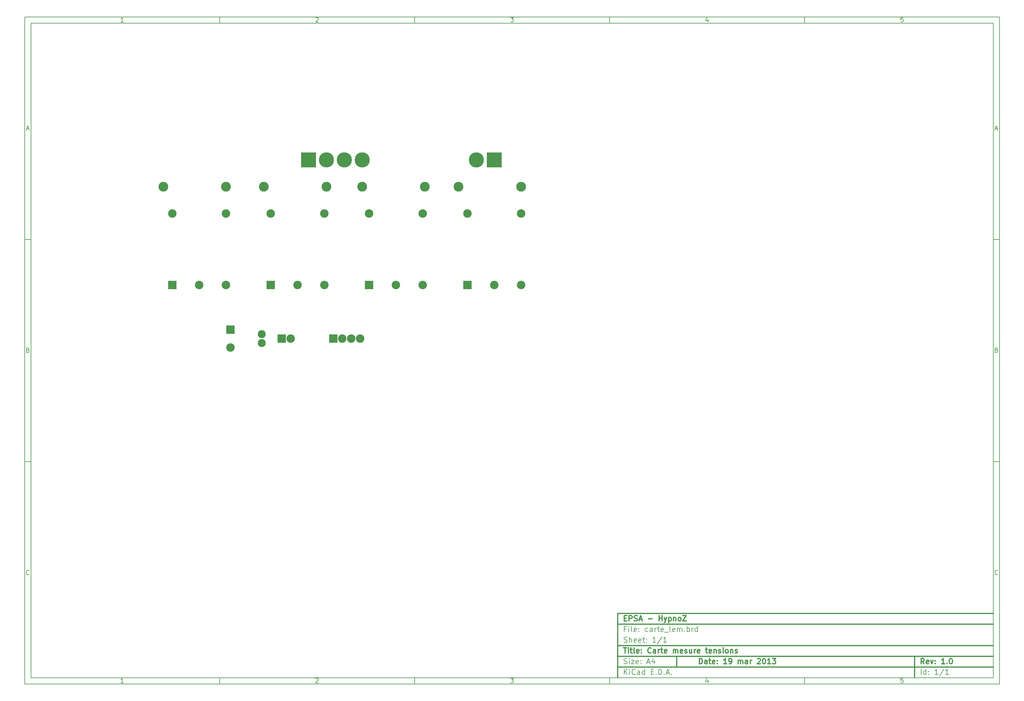
<source format=gts>
G04 (created by PCBNEW-RS274X (2012-01-19 BZR 3256)-stable) date 19/03/2013 14:42:43*
G01*
G70*
G90*
%MOIN*%
G04 Gerber Fmt 3.4, Leading zero omitted, Abs format*
%FSLAX34Y34*%
G04 APERTURE LIST*
%ADD10C,0.006000*%
%ADD11C,0.012000*%
%ADD12R,0.095000X0.095000*%
%ADD13C,0.095000*%
%ADD14C,0.090000*%
%ADD15R,0.170000X0.170000*%
%ADD16C,0.170000*%
%ADD17C,0.110000*%
G04 APERTURE END LIST*
G54D10*
X04000Y-04000D02*
X113000Y-04000D01*
X113000Y-78670D01*
X04000Y-78670D01*
X04000Y-04000D01*
X04700Y-04700D02*
X112300Y-04700D01*
X112300Y-77970D01*
X04700Y-77970D01*
X04700Y-04700D01*
X25800Y-04000D02*
X25800Y-04700D01*
X15043Y-04552D02*
X14757Y-04552D01*
X14900Y-04552D02*
X14900Y-04052D01*
X14852Y-04124D01*
X14805Y-04171D01*
X14757Y-04195D01*
X25800Y-78670D02*
X25800Y-77970D01*
X15043Y-78522D02*
X14757Y-78522D01*
X14900Y-78522D02*
X14900Y-78022D01*
X14852Y-78094D01*
X14805Y-78141D01*
X14757Y-78165D01*
X47600Y-04000D02*
X47600Y-04700D01*
X36557Y-04100D02*
X36581Y-04076D01*
X36629Y-04052D01*
X36748Y-04052D01*
X36795Y-04076D01*
X36819Y-04100D01*
X36843Y-04148D01*
X36843Y-04195D01*
X36819Y-04267D01*
X36533Y-04552D01*
X36843Y-04552D01*
X47600Y-78670D02*
X47600Y-77970D01*
X36557Y-78070D02*
X36581Y-78046D01*
X36629Y-78022D01*
X36748Y-78022D01*
X36795Y-78046D01*
X36819Y-78070D01*
X36843Y-78118D01*
X36843Y-78165D01*
X36819Y-78237D01*
X36533Y-78522D01*
X36843Y-78522D01*
X69400Y-04000D02*
X69400Y-04700D01*
X58333Y-04052D02*
X58643Y-04052D01*
X58476Y-04243D01*
X58548Y-04243D01*
X58595Y-04267D01*
X58619Y-04290D01*
X58643Y-04338D01*
X58643Y-04457D01*
X58619Y-04505D01*
X58595Y-04529D01*
X58548Y-04552D01*
X58405Y-04552D01*
X58357Y-04529D01*
X58333Y-04505D01*
X69400Y-78670D02*
X69400Y-77970D01*
X58333Y-78022D02*
X58643Y-78022D01*
X58476Y-78213D01*
X58548Y-78213D01*
X58595Y-78237D01*
X58619Y-78260D01*
X58643Y-78308D01*
X58643Y-78427D01*
X58619Y-78475D01*
X58595Y-78499D01*
X58548Y-78522D01*
X58405Y-78522D01*
X58357Y-78499D01*
X58333Y-78475D01*
X91200Y-04000D02*
X91200Y-04700D01*
X80395Y-04219D02*
X80395Y-04552D01*
X80276Y-04029D02*
X80157Y-04386D01*
X80467Y-04386D01*
X91200Y-78670D02*
X91200Y-77970D01*
X80395Y-78189D02*
X80395Y-78522D01*
X80276Y-77999D02*
X80157Y-78356D01*
X80467Y-78356D01*
X102219Y-04052D02*
X101981Y-04052D01*
X101957Y-04290D01*
X101981Y-04267D01*
X102029Y-04243D01*
X102148Y-04243D01*
X102195Y-04267D01*
X102219Y-04290D01*
X102243Y-04338D01*
X102243Y-04457D01*
X102219Y-04505D01*
X102195Y-04529D01*
X102148Y-04552D01*
X102029Y-04552D01*
X101981Y-04529D01*
X101957Y-04505D01*
X102219Y-78022D02*
X101981Y-78022D01*
X101957Y-78260D01*
X101981Y-78237D01*
X102029Y-78213D01*
X102148Y-78213D01*
X102195Y-78237D01*
X102219Y-78260D01*
X102243Y-78308D01*
X102243Y-78427D01*
X102219Y-78475D01*
X102195Y-78499D01*
X102148Y-78522D01*
X102029Y-78522D01*
X101981Y-78499D01*
X101957Y-78475D01*
X04000Y-28890D02*
X04700Y-28890D01*
X04231Y-16510D02*
X04469Y-16510D01*
X04184Y-16652D02*
X04350Y-16152D01*
X04517Y-16652D01*
X113000Y-28890D02*
X112300Y-28890D01*
X112531Y-16510D02*
X112769Y-16510D01*
X112484Y-16652D02*
X112650Y-16152D01*
X112817Y-16652D01*
X04000Y-53780D02*
X04700Y-53780D01*
X04386Y-41280D02*
X04457Y-41304D01*
X04481Y-41328D01*
X04505Y-41376D01*
X04505Y-41447D01*
X04481Y-41495D01*
X04457Y-41519D01*
X04410Y-41542D01*
X04219Y-41542D01*
X04219Y-41042D01*
X04386Y-41042D01*
X04433Y-41066D01*
X04457Y-41090D01*
X04481Y-41138D01*
X04481Y-41185D01*
X04457Y-41233D01*
X04433Y-41257D01*
X04386Y-41280D01*
X04219Y-41280D01*
X113000Y-53780D02*
X112300Y-53780D01*
X112686Y-41280D02*
X112757Y-41304D01*
X112781Y-41328D01*
X112805Y-41376D01*
X112805Y-41447D01*
X112781Y-41495D01*
X112757Y-41519D01*
X112710Y-41542D01*
X112519Y-41542D01*
X112519Y-41042D01*
X112686Y-41042D01*
X112733Y-41066D01*
X112757Y-41090D01*
X112781Y-41138D01*
X112781Y-41185D01*
X112757Y-41233D01*
X112733Y-41257D01*
X112686Y-41280D01*
X112519Y-41280D01*
X04505Y-66385D02*
X04481Y-66409D01*
X04410Y-66432D01*
X04362Y-66432D01*
X04290Y-66409D01*
X04243Y-66361D01*
X04219Y-66313D01*
X04195Y-66218D01*
X04195Y-66147D01*
X04219Y-66051D01*
X04243Y-66004D01*
X04290Y-65956D01*
X04362Y-65932D01*
X04410Y-65932D01*
X04481Y-65956D01*
X04505Y-65980D01*
X112805Y-66385D02*
X112781Y-66409D01*
X112710Y-66432D01*
X112662Y-66432D01*
X112590Y-66409D01*
X112543Y-66361D01*
X112519Y-66313D01*
X112495Y-66218D01*
X112495Y-66147D01*
X112519Y-66051D01*
X112543Y-66004D01*
X112590Y-65956D01*
X112662Y-65932D01*
X112710Y-65932D01*
X112781Y-65956D01*
X112805Y-65980D01*
G54D11*
X79443Y-76413D02*
X79443Y-75813D01*
X79586Y-75813D01*
X79671Y-75841D01*
X79729Y-75899D01*
X79757Y-75956D01*
X79786Y-76070D01*
X79786Y-76156D01*
X79757Y-76270D01*
X79729Y-76327D01*
X79671Y-76384D01*
X79586Y-76413D01*
X79443Y-76413D01*
X80300Y-76413D02*
X80300Y-76099D01*
X80271Y-76041D01*
X80214Y-76013D01*
X80100Y-76013D01*
X80043Y-76041D01*
X80300Y-76384D02*
X80243Y-76413D01*
X80100Y-76413D01*
X80043Y-76384D01*
X80014Y-76327D01*
X80014Y-76270D01*
X80043Y-76213D01*
X80100Y-76184D01*
X80243Y-76184D01*
X80300Y-76156D01*
X80500Y-76013D02*
X80729Y-76013D01*
X80586Y-75813D02*
X80586Y-76327D01*
X80614Y-76384D01*
X80672Y-76413D01*
X80729Y-76413D01*
X81157Y-76384D02*
X81100Y-76413D01*
X80986Y-76413D01*
X80929Y-76384D01*
X80900Y-76327D01*
X80900Y-76099D01*
X80929Y-76041D01*
X80986Y-76013D01*
X81100Y-76013D01*
X81157Y-76041D01*
X81186Y-76099D01*
X81186Y-76156D01*
X80900Y-76213D01*
X81443Y-76356D02*
X81471Y-76384D01*
X81443Y-76413D01*
X81414Y-76384D01*
X81443Y-76356D01*
X81443Y-76413D01*
X81443Y-76041D02*
X81471Y-76070D01*
X81443Y-76099D01*
X81414Y-76070D01*
X81443Y-76041D01*
X81443Y-76099D01*
X82500Y-76413D02*
X82157Y-76413D01*
X82329Y-76413D02*
X82329Y-75813D01*
X82272Y-75899D01*
X82214Y-75956D01*
X82157Y-75984D01*
X82785Y-76413D02*
X82900Y-76413D01*
X82957Y-76384D01*
X82985Y-76356D01*
X83043Y-76270D01*
X83071Y-76156D01*
X83071Y-75927D01*
X83043Y-75870D01*
X83014Y-75841D01*
X82957Y-75813D01*
X82843Y-75813D01*
X82785Y-75841D01*
X82757Y-75870D01*
X82728Y-75927D01*
X82728Y-76070D01*
X82757Y-76127D01*
X82785Y-76156D01*
X82843Y-76184D01*
X82957Y-76184D01*
X83014Y-76156D01*
X83043Y-76127D01*
X83071Y-76070D01*
X83785Y-76413D02*
X83785Y-76013D01*
X83785Y-76070D02*
X83813Y-76041D01*
X83871Y-76013D01*
X83956Y-76013D01*
X84013Y-76041D01*
X84042Y-76099D01*
X84042Y-76413D01*
X84042Y-76099D02*
X84071Y-76041D01*
X84128Y-76013D01*
X84213Y-76013D01*
X84271Y-76041D01*
X84299Y-76099D01*
X84299Y-76413D01*
X84842Y-76413D02*
X84842Y-76099D01*
X84813Y-76041D01*
X84756Y-76013D01*
X84642Y-76013D01*
X84585Y-76041D01*
X84842Y-76384D02*
X84785Y-76413D01*
X84642Y-76413D01*
X84585Y-76384D01*
X84556Y-76327D01*
X84556Y-76270D01*
X84585Y-76213D01*
X84642Y-76184D01*
X84785Y-76184D01*
X84842Y-76156D01*
X85128Y-76413D02*
X85128Y-76013D01*
X85128Y-76127D02*
X85156Y-76070D01*
X85185Y-76041D01*
X85242Y-76013D01*
X85299Y-76013D01*
X85927Y-75870D02*
X85956Y-75841D01*
X86013Y-75813D01*
X86156Y-75813D01*
X86213Y-75841D01*
X86242Y-75870D01*
X86270Y-75927D01*
X86270Y-75984D01*
X86242Y-76070D01*
X85899Y-76413D01*
X86270Y-76413D01*
X86641Y-75813D02*
X86698Y-75813D01*
X86755Y-75841D01*
X86784Y-75870D01*
X86813Y-75927D01*
X86841Y-76041D01*
X86841Y-76184D01*
X86813Y-76299D01*
X86784Y-76356D01*
X86755Y-76384D01*
X86698Y-76413D01*
X86641Y-76413D01*
X86584Y-76384D01*
X86555Y-76356D01*
X86527Y-76299D01*
X86498Y-76184D01*
X86498Y-76041D01*
X86527Y-75927D01*
X86555Y-75870D01*
X86584Y-75841D01*
X86641Y-75813D01*
X87412Y-76413D02*
X87069Y-76413D01*
X87241Y-76413D02*
X87241Y-75813D01*
X87184Y-75899D01*
X87126Y-75956D01*
X87069Y-75984D01*
X87612Y-75813D02*
X87983Y-75813D01*
X87783Y-76041D01*
X87869Y-76041D01*
X87926Y-76070D01*
X87955Y-76099D01*
X87983Y-76156D01*
X87983Y-76299D01*
X87955Y-76356D01*
X87926Y-76384D01*
X87869Y-76413D01*
X87697Y-76413D01*
X87640Y-76384D01*
X87612Y-76356D01*
G54D10*
X71043Y-77613D02*
X71043Y-77013D01*
X71386Y-77613D02*
X71129Y-77270D01*
X71386Y-77013D02*
X71043Y-77356D01*
X71643Y-77613D02*
X71643Y-77213D01*
X71643Y-77013D02*
X71614Y-77041D01*
X71643Y-77070D01*
X71671Y-77041D01*
X71643Y-77013D01*
X71643Y-77070D01*
X72272Y-77556D02*
X72243Y-77584D01*
X72157Y-77613D01*
X72100Y-77613D01*
X72015Y-77584D01*
X71957Y-77527D01*
X71929Y-77470D01*
X71900Y-77356D01*
X71900Y-77270D01*
X71929Y-77156D01*
X71957Y-77099D01*
X72015Y-77041D01*
X72100Y-77013D01*
X72157Y-77013D01*
X72243Y-77041D01*
X72272Y-77070D01*
X72786Y-77613D02*
X72786Y-77299D01*
X72757Y-77241D01*
X72700Y-77213D01*
X72586Y-77213D01*
X72529Y-77241D01*
X72786Y-77584D02*
X72729Y-77613D01*
X72586Y-77613D01*
X72529Y-77584D01*
X72500Y-77527D01*
X72500Y-77470D01*
X72529Y-77413D01*
X72586Y-77384D01*
X72729Y-77384D01*
X72786Y-77356D01*
X73329Y-77613D02*
X73329Y-77013D01*
X73329Y-77584D02*
X73272Y-77613D01*
X73158Y-77613D01*
X73100Y-77584D01*
X73072Y-77556D01*
X73043Y-77499D01*
X73043Y-77327D01*
X73072Y-77270D01*
X73100Y-77241D01*
X73158Y-77213D01*
X73272Y-77213D01*
X73329Y-77241D01*
X74072Y-77299D02*
X74272Y-77299D01*
X74358Y-77613D02*
X74072Y-77613D01*
X74072Y-77013D01*
X74358Y-77013D01*
X74615Y-77556D02*
X74643Y-77584D01*
X74615Y-77613D01*
X74586Y-77584D01*
X74615Y-77556D01*
X74615Y-77613D01*
X74901Y-77613D02*
X74901Y-77013D01*
X75044Y-77013D01*
X75129Y-77041D01*
X75187Y-77099D01*
X75215Y-77156D01*
X75244Y-77270D01*
X75244Y-77356D01*
X75215Y-77470D01*
X75187Y-77527D01*
X75129Y-77584D01*
X75044Y-77613D01*
X74901Y-77613D01*
X75501Y-77556D02*
X75529Y-77584D01*
X75501Y-77613D01*
X75472Y-77584D01*
X75501Y-77556D01*
X75501Y-77613D01*
X75758Y-77441D02*
X76044Y-77441D01*
X75701Y-77613D02*
X75901Y-77013D01*
X76101Y-77613D01*
X76301Y-77556D02*
X76329Y-77584D01*
X76301Y-77613D01*
X76272Y-77584D01*
X76301Y-77556D01*
X76301Y-77613D01*
G54D11*
X104586Y-76413D02*
X104386Y-76127D01*
X104243Y-76413D02*
X104243Y-75813D01*
X104471Y-75813D01*
X104529Y-75841D01*
X104557Y-75870D01*
X104586Y-75927D01*
X104586Y-76013D01*
X104557Y-76070D01*
X104529Y-76099D01*
X104471Y-76127D01*
X104243Y-76127D01*
X105071Y-76384D02*
X105014Y-76413D01*
X104900Y-76413D01*
X104843Y-76384D01*
X104814Y-76327D01*
X104814Y-76099D01*
X104843Y-76041D01*
X104900Y-76013D01*
X105014Y-76013D01*
X105071Y-76041D01*
X105100Y-76099D01*
X105100Y-76156D01*
X104814Y-76213D01*
X105300Y-76013D02*
X105443Y-76413D01*
X105585Y-76013D01*
X105814Y-76356D02*
X105842Y-76384D01*
X105814Y-76413D01*
X105785Y-76384D01*
X105814Y-76356D01*
X105814Y-76413D01*
X105814Y-76041D02*
X105842Y-76070D01*
X105814Y-76099D01*
X105785Y-76070D01*
X105814Y-76041D01*
X105814Y-76099D01*
X106871Y-76413D02*
X106528Y-76413D01*
X106700Y-76413D02*
X106700Y-75813D01*
X106643Y-75899D01*
X106585Y-75956D01*
X106528Y-75984D01*
X107128Y-76356D02*
X107156Y-76384D01*
X107128Y-76413D01*
X107099Y-76384D01*
X107128Y-76356D01*
X107128Y-76413D01*
X107528Y-75813D02*
X107585Y-75813D01*
X107642Y-75841D01*
X107671Y-75870D01*
X107700Y-75927D01*
X107728Y-76041D01*
X107728Y-76184D01*
X107700Y-76299D01*
X107671Y-76356D01*
X107642Y-76384D01*
X107585Y-76413D01*
X107528Y-76413D01*
X107471Y-76384D01*
X107442Y-76356D01*
X107414Y-76299D01*
X107385Y-76184D01*
X107385Y-76041D01*
X107414Y-75927D01*
X107442Y-75870D01*
X107471Y-75841D01*
X107528Y-75813D01*
G54D10*
X71014Y-76384D02*
X71100Y-76413D01*
X71243Y-76413D01*
X71300Y-76384D01*
X71329Y-76356D01*
X71357Y-76299D01*
X71357Y-76241D01*
X71329Y-76184D01*
X71300Y-76156D01*
X71243Y-76127D01*
X71129Y-76099D01*
X71071Y-76070D01*
X71043Y-76041D01*
X71014Y-75984D01*
X71014Y-75927D01*
X71043Y-75870D01*
X71071Y-75841D01*
X71129Y-75813D01*
X71271Y-75813D01*
X71357Y-75841D01*
X71614Y-76413D02*
X71614Y-76013D01*
X71614Y-75813D02*
X71585Y-75841D01*
X71614Y-75870D01*
X71642Y-75841D01*
X71614Y-75813D01*
X71614Y-75870D01*
X71843Y-76013D02*
X72157Y-76013D01*
X71843Y-76413D01*
X72157Y-76413D01*
X72614Y-76384D02*
X72557Y-76413D01*
X72443Y-76413D01*
X72386Y-76384D01*
X72357Y-76327D01*
X72357Y-76099D01*
X72386Y-76041D01*
X72443Y-76013D01*
X72557Y-76013D01*
X72614Y-76041D01*
X72643Y-76099D01*
X72643Y-76156D01*
X72357Y-76213D01*
X72900Y-76356D02*
X72928Y-76384D01*
X72900Y-76413D01*
X72871Y-76384D01*
X72900Y-76356D01*
X72900Y-76413D01*
X72900Y-76041D02*
X72928Y-76070D01*
X72900Y-76099D01*
X72871Y-76070D01*
X72900Y-76041D01*
X72900Y-76099D01*
X73614Y-76241D02*
X73900Y-76241D01*
X73557Y-76413D02*
X73757Y-75813D01*
X73957Y-76413D01*
X74414Y-76013D02*
X74414Y-76413D01*
X74271Y-75784D02*
X74128Y-76213D01*
X74500Y-76213D01*
X104243Y-77613D02*
X104243Y-77013D01*
X104786Y-77613D02*
X104786Y-77013D01*
X104786Y-77584D02*
X104729Y-77613D01*
X104615Y-77613D01*
X104557Y-77584D01*
X104529Y-77556D01*
X104500Y-77499D01*
X104500Y-77327D01*
X104529Y-77270D01*
X104557Y-77241D01*
X104615Y-77213D01*
X104729Y-77213D01*
X104786Y-77241D01*
X105072Y-77556D02*
X105100Y-77584D01*
X105072Y-77613D01*
X105043Y-77584D01*
X105072Y-77556D01*
X105072Y-77613D01*
X105072Y-77241D02*
X105100Y-77270D01*
X105072Y-77299D01*
X105043Y-77270D01*
X105072Y-77241D01*
X105072Y-77299D01*
X106129Y-77613D02*
X105786Y-77613D01*
X105958Y-77613D02*
X105958Y-77013D01*
X105901Y-77099D01*
X105843Y-77156D01*
X105786Y-77184D01*
X106814Y-76984D02*
X106300Y-77756D01*
X107329Y-77613D02*
X106986Y-77613D01*
X107158Y-77613D02*
X107158Y-77013D01*
X107101Y-77099D01*
X107043Y-77156D01*
X106986Y-77184D01*
G54D11*
X70957Y-74613D02*
X71300Y-74613D01*
X71129Y-75213D02*
X71129Y-74613D01*
X71500Y-75213D02*
X71500Y-74813D01*
X71500Y-74613D02*
X71471Y-74641D01*
X71500Y-74670D01*
X71528Y-74641D01*
X71500Y-74613D01*
X71500Y-74670D01*
X71700Y-74813D02*
X71929Y-74813D01*
X71786Y-74613D02*
X71786Y-75127D01*
X71814Y-75184D01*
X71872Y-75213D01*
X71929Y-75213D01*
X72215Y-75213D02*
X72157Y-75184D01*
X72129Y-75127D01*
X72129Y-74613D01*
X72671Y-75184D02*
X72614Y-75213D01*
X72500Y-75213D01*
X72443Y-75184D01*
X72414Y-75127D01*
X72414Y-74899D01*
X72443Y-74841D01*
X72500Y-74813D01*
X72614Y-74813D01*
X72671Y-74841D01*
X72700Y-74899D01*
X72700Y-74956D01*
X72414Y-75013D01*
X72957Y-75156D02*
X72985Y-75184D01*
X72957Y-75213D01*
X72928Y-75184D01*
X72957Y-75156D01*
X72957Y-75213D01*
X72957Y-74841D02*
X72985Y-74870D01*
X72957Y-74899D01*
X72928Y-74870D01*
X72957Y-74841D01*
X72957Y-74899D01*
X74043Y-75156D02*
X74014Y-75184D01*
X73928Y-75213D01*
X73871Y-75213D01*
X73786Y-75184D01*
X73728Y-75127D01*
X73700Y-75070D01*
X73671Y-74956D01*
X73671Y-74870D01*
X73700Y-74756D01*
X73728Y-74699D01*
X73786Y-74641D01*
X73871Y-74613D01*
X73928Y-74613D01*
X74014Y-74641D01*
X74043Y-74670D01*
X74557Y-75213D02*
X74557Y-74899D01*
X74528Y-74841D01*
X74471Y-74813D01*
X74357Y-74813D01*
X74300Y-74841D01*
X74557Y-75184D02*
X74500Y-75213D01*
X74357Y-75213D01*
X74300Y-75184D01*
X74271Y-75127D01*
X74271Y-75070D01*
X74300Y-75013D01*
X74357Y-74984D01*
X74500Y-74984D01*
X74557Y-74956D01*
X74843Y-75213D02*
X74843Y-74813D01*
X74843Y-74927D02*
X74871Y-74870D01*
X74900Y-74841D01*
X74957Y-74813D01*
X75014Y-74813D01*
X75128Y-74813D02*
X75357Y-74813D01*
X75214Y-74613D02*
X75214Y-75127D01*
X75242Y-75184D01*
X75300Y-75213D01*
X75357Y-75213D01*
X75785Y-75184D02*
X75728Y-75213D01*
X75614Y-75213D01*
X75557Y-75184D01*
X75528Y-75127D01*
X75528Y-74899D01*
X75557Y-74841D01*
X75614Y-74813D01*
X75728Y-74813D01*
X75785Y-74841D01*
X75814Y-74899D01*
X75814Y-74956D01*
X75528Y-75013D01*
X76528Y-75213D02*
X76528Y-74813D01*
X76528Y-74870D02*
X76556Y-74841D01*
X76614Y-74813D01*
X76699Y-74813D01*
X76756Y-74841D01*
X76785Y-74899D01*
X76785Y-75213D01*
X76785Y-74899D02*
X76814Y-74841D01*
X76871Y-74813D01*
X76956Y-74813D01*
X77014Y-74841D01*
X77042Y-74899D01*
X77042Y-75213D01*
X77556Y-75184D02*
X77499Y-75213D01*
X77385Y-75213D01*
X77328Y-75184D01*
X77299Y-75127D01*
X77299Y-74899D01*
X77328Y-74841D01*
X77385Y-74813D01*
X77499Y-74813D01*
X77556Y-74841D01*
X77585Y-74899D01*
X77585Y-74956D01*
X77299Y-75013D01*
X77813Y-75184D02*
X77870Y-75213D01*
X77985Y-75213D01*
X78042Y-75184D01*
X78070Y-75127D01*
X78070Y-75099D01*
X78042Y-75041D01*
X77985Y-75013D01*
X77899Y-75013D01*
X77842Y-74984D01*
X77813Y-74927D01*
X77813Y-74899D01*
X77842Y-74841D01*
X77899Y-74813D01*
X77985Y-74813D01*
X78042Y-74841D01*
X78585Y-74813D02*
X78585Y-75213D01*
X78328Y-74813D02*
X78328Y-75127D01*
X78356Y-75184D01*
X78414Y-75213D01*
X78499Y-75213D01*
X78556Y-75184D01*
X78585Y-75156D01*
X78871Y-75213D02*
X78871Y-74813D01*
X78871Y-74927D02*
X78899Y-74870D01*
X78928Y-74841D01*
X78985Y-74813D01*
X79042Y-74813D01*
X79470Y-75184D02*
X79413Y-75213D01*
X79299Y-75213D01*
X79242Y-75184D01*
X79213Y-75127D01*
X79213Y-74899D01*
X79242Y-74841D01*
X79299Y-74813D01*
X79413Y-74813D01*
X79470Y-74841D01*
X79499Y-74899D01*
X79499Y-74956D01*
X79213Y-75013D01*
X80127Y-74813D02*
X80356Y-74813D01*
X80213Y-74613D02*
X80213Y-75127D01*
X80241Y-75184D01*
X80299Y-75213D01*
X80356Y-75213D01*
X80784Y-75184D02*
X80727Y-75213D01*
X80613Y-75213D01*
X80556Y-75184D01*
X80527Y-75127D01*
X80527Y-74899D01*
X80556Y-74841D01*
X80613Y-74813D01*
X80727Y-74813D01*
X80784Y-74841D01*
X80813Y-74899D01*
X80813Y-74956D01*
X80527Y-75013D01*
X81070Y-74813D02*
X81070Y-75213D01*
X81070Y-74870D02*
X81098Y-74841D01*
X81156Y-74813D01*
X81241Y-74813D01*
X81298Y-74841D01*
X81327Y-74899D01*
X81327Y-75213D01*
X81584Y-75184D02*
X81641Y-75213D01*
X81756Y-75213D01*
X81813Y-75184D01*
X81841Y-75127D01*
X81841Y-75099D01*
X81813Y-75041D01*
X81756Y-75013D01*
X81670Y-75013D01*
X81613Y-74984D01*
X81584Y-74927D01*
X81584Y-74899D01*
X81613Y-74841D01*
X81670Y-74813D01*
X81756Y-74813D01*
X81813Y-74841D01*
X82099Y-75213D02*
X82099Y-74813D01*
X82099Y-74613D02*
X82070Y-74641D01*
X82099Y-74670D01*
X82127Y-74641D01*
X82099Y-74613D01*
X82099Y-74670D01*
X82471Y-75213D02*
X82413Y-75184D01*
X82385Y-75156D01*
X82356Y-75099D01*
X82356Y-74927D01*
X82385Y-74870D01*
X82413Y-74841D01*
X82471Y-74813D01*
X82556Y-74813D01*
X82613Y-74841D01*
X82642Y-74870D01*
X82671Y-74927D01*
X82671Y-75099D01*
X82642Y-75156D01*
X82613Y-75184D01*
X82556Y-75213D01*
X82471Y-75213D01*
X82928Y-74813D02*
X82928Y-75213D01*
X82928Y-74870D02*
X82956Y-74841D01*
X83014Y-74813D01*
X83099Y-74813D01*
X83156Y-74841D01*
X83185Y-74899D01*
X83185Y-75213D01*
X83442Y-75184D02*
X83499Y-75213D01*
X83614Y-75213D01*
X83671Y-75184D01*
X83699Y-75127D01*
X83699Y-75099D01*
X83671Y-75041D01*
X83614Y-75013D01*
X83528Y-75013D01*
X83471Y-74984D01*
X83442Y-74927D01*
X83442Y-74899D01*
X83471Y-74841D01*
X83528Y-74813D01*
X83614Y-74813D01*
X83671Y-74841D01*
G54D10*
X71243Y-72499D02*
X71043Y-72499D01*
X71043Y-72813D02*
X71043Y-72213D01*
X71329Y-72213D01*
X71557Y-72813D02*
X71557Y-72413D01*
X71557Y-72213D02*
X71528Y-72241D01*
X71557Y-72270D01*
X71585Y-72241D01*
X71557Y-72213D01*
X71557Y-72270D01*
X71929Y-72813D02*
X71871Y-72784D01*
X71843Y-72727D01*
X71843Y-72213D01*
X72385Y-72784D02*
X72328Y-72813D01*
X72214Y-72813D01*
X72157Y-72784D01*
X72128Y-72727D01*
X72128Y-72499D01*
X72157Y-72441D01*
X72214Y-72413D01*
X72328Y-72413D01*
X72385Y-72441D01*
X72414Y-72499D01*
X72414Y-72556D01*
X72128Y-72613D01*
X72671Y-72756D02*
X72699Y-72784D01*
X72671Y-72813D01*
X72642Y-72784D01*
X72671Y-72756D01*
X72671Y-72813D01*
X72671Y-72441D02*
X72699Y-72470D01*
X72671Y-72499D01*
X72642Y-72470D01*
X72671Y-72441D01*
X72671Y-72499D01*
X73671Y-72784D02*
X73614Y-72813D01*
X73500Y-72813D01*
X73442Y-72784D01*
X73414Y-72756D01*
X73385Y-72699D01*
X73385Y-72527D01*
X73414Y-72470D01*
X73442Y-72441D01*
X73500Y-72413D01*
X73614Y-72413D01*
X73671Y-72441D01*
X74185Y-72813D02*
X74185Y-72499D01*
X74156Y-72441D01*
X74099Y-72413D01*
X73985Y-72413D01*
X73928Y-72441D01*
X74185Y-72784D02*
X74128Y-72813D01*
X73985Y-72813D01*
X73928Y-72784D01*
X73899Y-72727D01*
X73899Y-72670D01*
X73928Y-72613D01*
X73985Y-72584D01*
X74128Y-72584D01*
X74185Y-72556D01*
X74471Y-72813D02*
X74471Y-72413D01*
X74471Y-72527D02*
X74499Y-72470D01*
X74528Y-72441D01*
X74585Y-72413D01*
X74642Y-72413D01*
X74756Y-72413D02*
X74985Y-72413D01*
X74842Y-72213D02*
X74842Y-72727D01*
X74870Y-72784D01*
X74928Y-72813D01*
X74985Y-72813D01*
X75413Y-72784D02*
X75356Y-72813D01*
X75242Y-72813D01*
X75185Y-72784D01*
X75156Y-72727D01*
X75156Y-72499D01*
X75185Y-72441D01*
X75242Y-72413D01*
X75356Y-72413D01*
X75413Y-72441D01*
X75442Y-72499D01*
X75442Y-72556D01*
X75156Y-72613D01*
X75556Y-72870D02*
X76013Y-72870D01*
X76242Y-72813D02*
X76184Y-72784D01*
X76156Y-72727D01*
X76156Y-72213D01*
X76698Y-72784D02*
X76641Y-72813D01*
X76527Y-72813D01*
X76470Y-72784D01*
X76441Y-72727D01*
X76441Y-72499D01*
X76470Y-72441D01*
X76527Y-72413D01*
X76641Y-72413D01*
X76698Y-72441D01*
X76727Y-72499D01*
X76727Y-72556D01*
X76441Y-72613D01*
X76984Y-72813D02*
X76984Y-72413D01*
X76984Y-72470D02*
X77012Y-72441D01*
X77070Y-72413D01*
X77155Y-72413D01*
X77212Y-72441D01*
X77241Y-72499D01*
X77241Y-72813D01*
X77241Y-72499D02*
X77270Y-72441D01*
X77327Y-72413D01*
X77412Y-72413D01*
X77470Y-72441D01*
X77498Y-72499D01*
X77498Y-72813D01*
X77784Y-72756D02*
X77812Y-72784D01*
X77784Y-72813D01*
X77755Y-72784D01*
X77784Y-72756D01*
X77784Y-72813D01*
X78070Y-72813D02*
X78070Y-72213D01*
X78070Y-72441D02*
X78127Y-72413D01*
X78241Y-72413D01*
X78298Y-72441D01*
X78327Y-72470D01*
X78356Y-72527D01*
X78356Y-72699D01*
X78327Y-72756D01*
X78298Y-72784D01*
X78241Y-72813D01*
X78127Y-72813D01*
X78070Y-72784D01*
X78613Y-72813D02*
X78613Y-72413D01*
X78613Y-72527D02*
X78641Y-72470D01*
X78670Y-72441D01*
X78727Y-72413D01*
X78784Y-72413D01*
X79241Y-72813D02*
X79241Y-72213D01*
X79241Y-72784D02*
X79184Y-72813D01*
X79070Y-72813D01*
X79012Y-72784D01*
X78984Y-72756D01*
X78955Y-72699D01*
X78955Y-72527D01*
X78984Y-72470D01*
X79012Y-72441D01*
X79070Y-72413D01*
X79184Y-72413D01*
X79241Y-72441D01*
X71014Y-73984D02*
X71100Y-74013D01*
X71243Y-74013D01*
X71300Y-73984D01*
X71329Y-73956D01*
X71357Y-73899D01*
X71357Y-73841D01*
X71329Y-73784D01*
X71300Y-73756D01*
X71243Y-73727D01*
X71129Y-73699D01*
X71071Y-73670D01*
X71043Y-73641D01*
X71014Y-73584D01*
X71014Y-73527D01*
X71043Y-73470D01*
X71071Y-73441D01*
X71129Y-73413D01*
X71271Y-73413D01*
X71357Y-73441D01*
X71614Y-74013D02*
X71614Y-73413D01*
X71871Y-74013D02*
X71871Y-73699D01*
X71842Y-73641D01*
X71785Y-73613D01*
X71700Y-73613D01*
X71642Y-73641D01*
X71614Y-73670D01*
X72385Y-73984D02*
X72328Y-74013D01*
X72214Y-74013D01*
X72157Y-73984D01*
X72128Y-73927D01*
X72128Y-73699D01*
X72157Y-73641D01*
X72214Y-73613D01*
X72328Y-73613D01*
X72385Y-73641D01*
X72414Y-73699D01*
X72414Y-73756D01*
X72128Y-73813D01*
X72899Y-73984D02*
X72842Y-74013D01*
X72728Y-74013D01*
X72671Y-73984D01*
X72642Y-73927D01*
X72642Y-73699D01*
X72671Y-73641D01*
X72728Y-73613D01*
X72842Y-73613D01*
X72899Y-73641D01*
X72928Y-73699D01*
X72928Y-73756D01*
X72642Y-73813D01*
X73099Y-73613D02*
X73328Y-73613D01*
X73185Y-73413D02*
X73185Y-73927D01*
X73213Y-73984D01*
X73271Y-74013D01*
X73328Y-74013D01*
X73528Y-73956D02*
X73556Y-73984D01*
X73528Y-74013D01*
X73499Y-73984D01*
X73528Y-73956D01*
X73528Y-74013D01*
X73528Y-73641D02*
X73556Y-73670D01*
X73528Y-73699D01*
X73499Y-73670D01*
X73528Y-73641D01*
X73528Y-73699D01*
X74585Y-74013D02*
X74242Y-74013D01*
X74414Y-74013D02*
X74414Y-73413D01*
X74357Y-73499D01*
X74299Y-73556D01*
X74242Y-73584D01*
X75270Y-73384D02*
X74756Y-74156D01*
X75785Y-74013D02*
X75442Y-74013D01*
X75614Y-74013D02*
X75614Y-73413D01*
X75557Y-73499D01*
X75499Y-73556D01*
X75442Y-73584D01*
G54D11*
X71043Y-71299D02*
X71243Y-71299D01*
X71329Y-71613D02*
X71043Y-71613D01*
X71043Y-71013D01*
X71329Y-71013D01*
X71586Y-71613D02*
X71586Y-71013D01*
X71814Y-71013D01*
X71872Y-71041D01*
X71900Y-71070D01*
X71929Y-71127D01*
X71929Y-71213D01*
X71900Y-71270D01*
X71872Y-71299D01*
X71814Y-71327D01*
X71586Y-71327D01*
X72157Y-71584D02*
X72243Y-71613D01*
X72386Y-71613D01*
X72443Y-71584D01*
X72472Y-71556D01*
X72500Y-71499D01*
X72500Y-71441D01*
X72472Y-71384D01*
X72443Y-71356D01*
X72386Y-71327D01*
X72272Y-71299D01*
X72214Y-71270D01*
X72186Y-71241D01*
X72157Y-71184D01*
X72157Y-71127D01*
X72186Y-71070D01*
X72214Y-71041D01*
X72272Y-71013D01*
X72414Y-71013D01*
X72500Y-71041D01*
X72728Y-71441D02*
X73014Y-71441D01*
X72671Y-71613D02*
X72871Y-71013D01*
X73071Y-71613D01*
X73728Y-71384D02*
X74185Y-71384D01*
X74928Y-71613D02*
X74928Y-71013D01*
X74928Y-71299D02*
X75271Y-71299D01*
X75271Y-71613D02*
X75271Y-71013D01*
X75500Y-71213D02*
X75643Y-71613D01*
X75785Y-71213D02*
X75643Y-71613D01*
X75585Y-71756D01*
X75557Y-71784D01*
X75500Y-71813D01*
X76014Y-71213D02*
X76014Y-71813D01*
X76014Y-71241D02*
X76071Y-71213D01*
X76185Y-71213D01*
X76242Y-71241D01*
X76271Y-71270D01*
X76300Y-71327D01*
X76300Y-71499D01*
X76271Y-71556D01*
X76242Y-71584D01*
X76185Y-71613D01*
X76071Y-71613D01*
X76014Y-71584D01*
X76557Y-71213D02*
X76557Y-71613D01*
X76557Y-71270D02*
X76585Y-71241D01*
X76643Y-71213D01*
X76728Y-71213D01*
X76785Y-71241D01*
X76814Y-71299D01*
X76814Y-71613D01*
X77186Y-71613D02*
X77128Y-71584D01*
X77100Y-71556D01*
X77071Y-71499D01*
X77071Y-71327D01*
X77100Y-71270D01*
X77128Y-71241D01*
X77186Y-71213D01*
X77271Y-71213D01*
X77328Y-71241D01*
X77357Y-71270D01*
X77386Y-71327D01*
X77386Y-71499D01*
X77357Y-71556D01*
X77328Y-71584D01*
X77271Y-71613D01*
X77186Y-71613D01*
X77586Y-71013D02*
X77986Y-71013D01*
X77586Y-71613D01*
X77986Y-71613D01*
X70300Y-70770D02*
X70300Y-77970D01*
X70300Y-71970D02*
X112300Y-71970D01*
X70300Y-70770D02*
X112300Y-70770D01*
X70300Y-74370D02*
X112300Y-74370D01*
X103500Y-75570D02*
X103500Y-77970D01*
X70300Y-76770D02*
X112300Y-76770D01*
X70300Y-75570D02*
X112300Y-75570D01*
X76900Y-75570D02*
X76900Y-76770D01*
G54D12*
X32750Y-40000D03*
G54D13*
X33750Y-40000D03*
X48500Y-26000D03*
X42500Y-26000D03*
X48500Y-34000D03*
X45500Y-34000D03*
G54D12*
X42500Y-34000D03*
G54D13*
X37500Y-26000D03*
X31500Y-26000D03*
X37500Y-34000D03*
X34500Y-34000D03*
G54D12*
X31500Y-34000D03*
G54D13*
X59500Y-26000D03*
X53500Y-26000D03*
X59500Y-34000D03*
X56500Y-34000D03*
G54D12*
X53500Y-34000D03*
G54D13*
X26500Y-26000D03*
X20500Y-26000D03*
X26500Y-34000D03*
X23500Y-34000D03*
G54D12*
X20500Y-34000D03*
G54D14*
X30500Y-39500D03*
X30500Y-40500D03*
G54D12*
X27000Y-39000D03*
G54D13*
X27000Y-41000D03*
X41500Y-40000D03*
X40500Y-40000D03*
G54D12*
X38500Y-40000D03*
G54D13*
X39500Y-40000D03*
G54D15*
X56500Y-20000D03*
G54D16*
X54500Y-20000D03*
G54D17*
X26500Y-23000D03*
X19500Y-23000D03*
X37750Y-23000D03*
X30750Y-23000D03*
X48750Y-23000D03*
X41750Y-23000D03*
X59500Y-23000D03*
X52500Y-23000D03*
G54D16*
X37750Y-20000D03*
X39750Y-20000D03*
G54D15*
X35750Y-20000D03*
G54D16*
X41750Y-20000D03*
M02*

</source>
